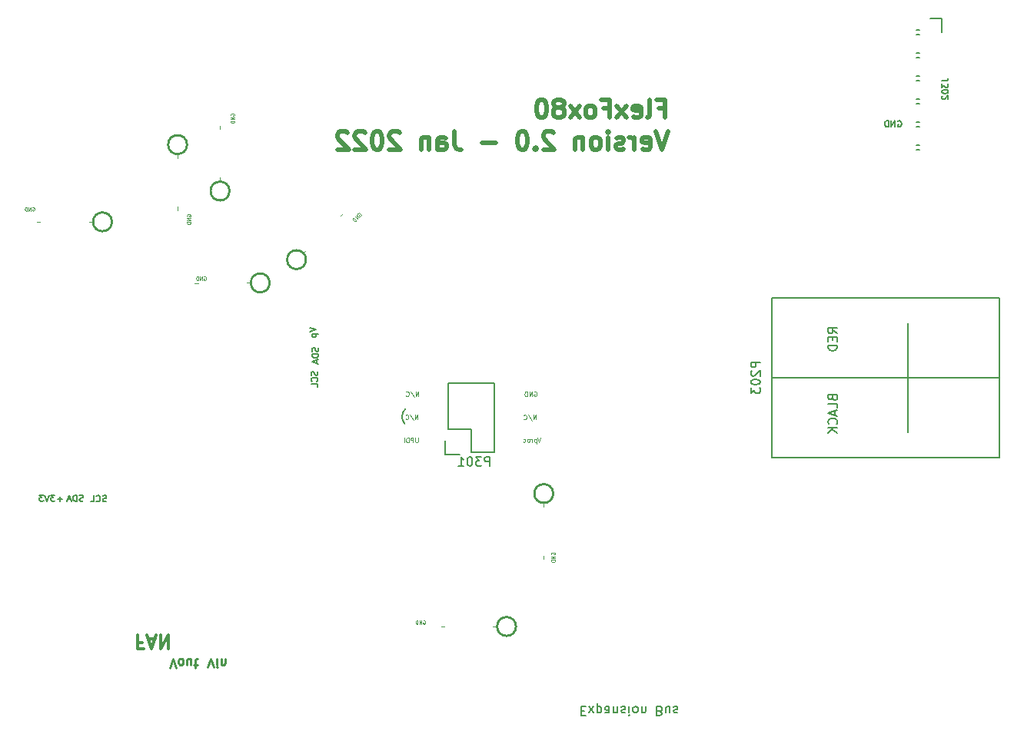
<source format=gbo>
G04 #@! TF.GenerationSoftware,KiCad,Pcbnew,(5.1.9-0-10_14)*
G04 #@! TF.CreationDate,2022-02-06T09:04:03-05:00*
G04 #@! TF.ProjectId,FlexFox80,466c6578-466f-4783-9830-2e6b69636164,1.10*
G04 #@! TF.SameCoordinates,Original*
G04 #@! TF.FileFunction,Legend,Bot*
G04 #@! TF.FilePolarity,Positive*
%FSLAX46Y46*%
G04 Gerber Fmt 4.6, Leading zero omitted, Abs format (unit mm)*
G04 Created by KiCad (PCBNEW (5.1.9-0-10_14)) date 2022-02-06 09:04:03*
%MOMM*%
%LPD*%
G01*
G04 APERTURE LIST*
%ADD10C,0.300000*%
%ADD11C,0.250000*%
%ADD12C,0.175000*%
%ADD13C,0.200000*%
%ADD14C,0.125000*%
%ADD15C,0.500000*%
%ADD16C,0.150000*%
%ADD17C,0.100000*%
G04 APERTURE END LIST*
D10*
X32995714Y-99647142D02*
X32495714Y-99647142D01*
X32495714Y-98861428D02*
X32495714Y-100361428D01*
X33210000Y-100361428D01*
X33710000Y-99290000D02*
X34424285Y-99290000D01*
X33567142Y-98861428D02*
X34067142Y-100361428D01*
X34567142Y-98861428D01*
X35067142Y-98861428D02*
X35067142Y-100361428D01*
X35924285Y-98861428D01*
X35924285Y-100361428D01*
D11*
X36066190Y-102447619D02*
X36399523Y-101447619D01*
X36732857Y-102447619D01*
X37209047Y-101447619D02*
X37113809Y-101495238D01*
X37066190Y-101542857D01*
X37018571Y-101638095D01*
X37018571Y-101923809D01*
X37066190Y-102019047D01*
X37113809Y-102066666D01*
X37209047Y-102114285D01*
X37351904Y-102114285D01*
X37447142Y-102066666D01*
X37494761Y-102019047D01*
X37542380Y-101923809D01*
X37542380Y-101638095D01*
X37494761Y-101542857D01*
X37447142Y-101495238D01*
X37351904Y-101447619D01*
X37209047Y-101447619D01*
X38399523Y-102114285D02*
X38399523Y-101447619D01*
X37970952Y-102114285D02*
X37970952Y-101590476D01*
X38018571Y-101495238D01*
X38113809Y-101447619D01*
X38256666Y-101447619D01*
X38351904Y-101495238D01*
X38399523Y-101542857D01*
X38732857Y-102114285D02*
X39113809Y-102114285D01*
X38875714Y-102447619D02*
X38875714Y-101590476D01*
X38923333Y-101495238D01*
X39018571Y-101447619D01*
X39113809Y-101447619D01*
X40256190Y-102427619D02*
X40589523Y-101427619D01*
X40922857Y-102427619D01*
X41256190Y-101427619D02*
X41256190Y-102094285D01*
X41256190Y-102427619D02*
X41208571Y-102380000D01*
X41256190Y-102332380D01*
X41303809Y-102380000D01*
X41256190Y-102427619D01*
X41256190Y-102332380D01*
X41732380Y-102094285D02*
X41732380Y-101427619D01*
X41732380Y-101999047D02*
X41780000Y-102046666D01*
X41875238Y-102094285D01*
X42018095Y-102094285D01*
X42113333Y-102046666D01*
X42160952Y-101951428D01*
X42160952Y-101427619D01*
D12*
X52403333Y-67170000D02*
X52436666Y-67270000D01*
X52436666Y-67436666D01*
X52403333Y-67503333D01*
X52370000Y-67536666D01*
X52303333Y-67570000D01*
X52236666Y-67570000D01*
X52170000Y-67536666D01*
X52136666Y-67503333D01*
X52103333Y-67436666D01*
X52070000Y-67303333D01*
X52036666Y-67236666D01*
X52003333Y-67203333D01*
X51936666Y-67170000D01*
X51870000Y-67170000D01*
X51803333Y-67203333D01*
X51770000Y-67236666D01*
X51736666Y-67303333D01*
X51736666Y-67470000D01*
X51770000Y-67570000D01*
X52436666Y-67870000D02*
X51736666Y-67870000D01*
X51736666Y-68036666D01*
X51770000Y-68136666D01*
X51836666Y-68203333D01*
X51903333Y-68236666D01*
X52036666Y-68270000D01*
X52136666Y-68270000D01*
X52270000Y-68236666D01*
X52336666Y-68203333D01*
X52403333Y-68136666D01*
X52436666Y-68036666D01*
X52436666Y-67870000D01*
X52236666Y-68536666D02*
X52236666Y-68870000D01*
X52436666Y-68470000D02*
X51736666Y-68703333D01*
X52436666Y-68936666D01*
X51466666Y-64930000D02*
X52166666Y-65163333D01*
X51466666Y-65396666D01*
X51700000Y-65630000D02*
X52400000Y-65630000D01*
X51733333Y-65630000D02*
X51700000Y-65696666D01*
X51700000Y-65830000D01*
X51733333Y-65896666D01*
X51766666Y-65930000D01*
X51833333Y-65963333D01*
X52033333Y-65963333D01*
X52100000Y-65930000D01*
X52133333Y-65896666D01*
X52166666Y-65830000D01*
X52166666Y-65696666D01*
X52133333Y-65630000D01*
X52303333Y-69776666D02*
X52336666Y-69876666D01*
X52336666Y-70043333D01*
X52303333Y-70110000D01*
X52270000Y-70143333D01*
X52203333Y-70176666D01*
X52136666Y-70176666D01*
X52070000Y-70143333D01*
X52036666Y-70110000D01*
X52003333Y-70043333D01*
X51970000Y-69910000D01*
X51936666Y-69843333D01*
X51903333Y-69810000D01*
X51836666Y-69776666D01*
X51770000Y-69776666D01*
X51703333Y-69810000D01*
X51670000Y-69843333D01*
X51636666Y-69910000D01*
X51636666Y-70076666D01*
X51670000Y-70176666D01*
X52270000Y-70876666D02*
X52303333Y-70843333D01*
X52336666Y-70743333D01*
X52336666Y-70676666D01*
X52303333Y-70576666D01*
X52236666Y-70510000D01*
X52170000Y-70476666D01*
X52036666Y-70443333D01*
X51936666Y-70443333D01*
X51803333Y-70476666D01*
X51736666Y-70510000D01*
X51670000Y-70576666D01*
X51636666Y-70676666D01*
X51636666Y-70743333D01*
X51670000Y-70843333D01*
X51703333Y-70876666D01*
X52336666Y-71510000D02*
X52336666Y-71176666D01*
X51636666Y-71176666D01*
D13*
X81408095Y-107251428D02*
X81741428Y-107251428D01*
X81884285Y-106727619D02*
X81408095Y-106727619D01*
X81408095Y-107727619D01*
X81884285Y-107727619D01*
X82217619Y-106727619D02*
X82741428Y-107394285D01*
X82217619Y-107394285D02*
X82741428Y-106727619D01*
X83122380Y-107394285D02*
X83122380Y-106394285D01*
X83122380Y-107346666D02*
X83217619Y-107394285D01*
X83408095Y-107394285D01*
X83503333Y-107346666D01*
X83550952Y-107299047D01*
X83598571Y-107203809D01*
X83598571Y-106918095D01*
X83550952Y-106822857D01*
X83503333Y-106775238D01*
X83408095Y-106727619D01*
X83217619Y-106727619D01*
X83122380Y-106775238D01*
X84455714Y-106727619D02*
X84455714Y-107251428D01*
X84408095Y-107346666D01*
X84312857Y-107394285D01*
X84122380Y-107394285D01*
X84027142Y-107346666D01*
X84455714Y-106775238D02*
X84360476Y-106727619D01*
X84122380Y-106727619D01*
X84027142Y-106775238D01*
X83979523Y-106870476D01*
X83979523Y-106965714D01*
X84027142Y-107060952D01*
X84122380Y-107108571D01*
X84360476Y-107108571D01*
X84455714Y-107156190D01*
X84931904Y-107394285D02*
X84931904Y-106727619D01*
X84931904Y-107299047D02*
X84979523Y-107346666D01*
X85074761Y-107394285D01*
X85217619Y-107394285D01*
X85312857Y-107346666D01*
X85360476Y-107251428D01*
X85360476Y-106727619D01*
X85789047Y-106775238D02*
X85884285Y-106727619D01*
X86074761Y-106727619D01*
X86170000Y-106775238D01*
X86217619Y-106870476D01*
X86217619Y-106918095D01*
X86170000Y-107013333D01*
X86074761Y-107060952D01*
X85931904Y-107060952D01*
X85836666Y-107108571D01*
X85789047Y-107203809D01*
X85789047Y-107251428D01*
X85836666Y-107346666D01*
X85931904Y-107394285D01*
X86074761Y-107394285D01*
X86170000Y-107346666D01*
X86646190Y-106727619D02*
X86646190Y-107394285D01*
X86646190Y-107727619D02*
X86598571Y-107680000D01*
X86646190Y-107632380D01*
X86693809Y-107680000D01*
X86646190Y-107727619D01*
X86646190Y-107632380D01*
X87265238Y-106727619D02*
X87170000Y-106775238D01*
X87122380Y-106822857D01*
X87074761Y-106918095D01*
X87074761Y-107203809D01*
X87122380Y-107299047D01*
X87170000Y-107346666D01*
X87265238Y-107394285D01*
X87408095Y-107394285D01*
X87503333Y-107346666D01*
X87550952Y-107299047D01*
X87598571Y-107203809D01*
X87598571Y-106918095D01*
X87550952Y-106822857D01*
X87503333Y-106775238D01*
X87408095Y-106727619D01*
X87265238Y-106727619D01*
X88027142Y-107394285D02*
X88027142Y-106727619D01*
X88027142Y-107299047D02*
X88074761Y-107346666D01*
X88170000Y-107394285D01*
X88312857Y-107394285D01*
X88408095Y-107346666D01*
X88455714Y-107251428D01*
X88455714Y-106727619D01*
X90027142Y-107251428D02*
X90170000Y-107203809D01*
X90217619Y-107156190D01*
X90265238Y-107060952D01*
X90265238Y-106918095D01*
X90217619Y-106822857D01*
X90170000Y-106775238D01*
X90074761Y-106727619D01*
X89693809Y-106727619D01*
X89693809Y-107727619D01*
X90027142Y-107727619D01*
X90122380Y-107680000D01*
X90170000Y-107632380D01*
X90217619Y-107537142D01*
X90217619Y-107441904D01*
X90170000Y-107346666D01*
X90122380Y-107299047D01*
X90027142Y-107251428D01*
X89693809Y-107251428D01*
X91122380Y-107394285D02*
X91122380Y-106727619D01*
X90693809Y-107394285D02*
X90693809Y-106870476D01*
X90741428Y-106775238D01*
X90836666Y-106727619D01*
X90979523Y-106727619D01*
X91074761Y-106775238D01*
X91122380Y-106822857D01*
X91550952Y-106775238D02*
X91646190Y-106727619D01*
X91836666Y-106727619D01*
X91931904Y-106775238D01*
X91979523Y-106870476D01*
X91979523Y-106918095D01*
X91931904Y-107013333D01*
X91836666Y-107060952D01*
X91693809Y-107060952D01*
X91598571Y-107108571D01*
X91550952Y-107203809D01*
X91550952Y-107251428D01*
X91598571Y-107346666D01*
X91693809Y-107394285D01*
X91836666Y-107394285D01*
X91931904Y-107346666D01*
D12*
X24213333Y-83820000D02*
X23680000Y-83820000D01*
X23946666Y-84086666D02*
X23946666Y-83553333D01*
X23413333Y-83386666D02*
X22980000Y-83386666D01*
X23213333Y-83653333D01*
X23113333Y-83653333D01*
X23046666Y-83686666D01*
X23013333Y-83720000D01*
X22980000Y-83786666D01*
X22980000Y-83953333D01*
X23013333Y-84020000D01*
X23046666Y-84053333D01*
X23113333Y-84086666D01*
X23313333Y-84086666D01*
X23380000Y-84053333D01*
X23413333Y-84020000D01*
X22780000Y-83386666D02*
X22546666Y-84086666D01*
X22313333Y-83386666D01*
X22146666Y-83386666D02*
X21713333Y-83386666D01*
X21946666Y-83653333D01*
X21846666Y-83653333D01*
X21780000Y-83686666D01*
X21746666Y-83720000D01*
X21713333Y-83786666D01*
X21713333Y-83953333D01*
X21746666Y-84020000D01*
X21780000Y-84053333D01*
X21846666Y-84086666D01*
X22046666Y-84086666D01*
X22113333Y-84053333D01*
X22146666Y-84020000D01*
D13*
X61940000Y-75560000D02*
G75*
G02*
X62020000Y-73900000I870000J790000D01*
G01*
D12*
X29073333Y-84103333D02*
X28973333Y-84136666D01*
X28806666Y-84136666D01*
X28740000Y-84103333D01*
X28706666Y-84070000D01*
X28673333Y-84003333D01*
X28673333Y-83936666D01*
X28706666Y-83870000D01*
X28740000Y-83836666D01*
X28806666Y-83803333D01*
X28940000Y-83770000D01*
X29006666Y-83736666D01*
X29040000Y-83703333D01*
X29073333Y-83636666D01*
X29073333Y-83570000D01*
X29040000Y-83503333D01*
X29006666Y-83470000D01*
X28940000Y-83436666D01*
X28773333Y-83436666D01*
X28673333Y-83470000D01*
X27973333Y-84070000D02*
X28006666Y-84103333D01*
X28106666Y-84136666D01*
X28173333Y-84136666D01*
X28273333Y-84103333D01*
X28340000Y-84036666D01*
X28373333Y-83970000D01*
X28406666Y-83836666D01*
X28406666Y-83736666D01*
X28373333Y-83603333D01*
X28340000Y-83536666D01*
X28273333Y-83470000D01*
X28173333Y-83436666D01*
X28106666Y-83436666D01*
X28006666Y-83470000D01*
X27973333Y-83503333D01*
X27340000Y-84136666D02*
X27673333Y-84136666D01*
X27673333Y-83436666D01*
X26510000Y-84053333D02*
X26410000Y-84086666D01*
X26243333Y-84086666D01*
X26176666Y-84053333D01*
X26143333Y-84020000D01*
X26110000Y-83953333D01*
X26110000Y-83886666D01*
X26143333Y-83820000D01*
X26176666Y-83786666D01*
X26243333Y-83753333D01*
X26376666Y-83720000D01*
X26443333Y-83686666D01*
X26476666Y-83653333D01*
X26510000Y-83586666D01*
X26510000Y-83520000D01*
X26476666Y-83453333D01*
X26443333Y-83420000D01*
X26376666Y-83386666D01*
X26210000Y-83386666D01*
X26110000Y-83420000D01*
X25810000Y-84086666D02*
X25810000Y-83386666D01*
X25643333Y-83386666D01*
X25543333Y-83420000D01*
X25476666Y-83486666D01*
X25443333Y-83553333D01*
X25410000Y-83686666D01*
X25410000Y-83786666D01*
X25443333Y-83920000D01*
X25476666Y-83986666D01*
X25543333Y-84053333D01*
X25643333Y-84086666D01*
X25810000Y-84086666D01*
X25143333Y-83886666D02*
X24810000Y-83886666D01*
X25210000Y-84086666D02*
X24976666Y-83386666D01*
X24743333Y-84086666D01*
X116263333Y-42150000D02*
X116330000Y-42116666D01*
X116430000Y-42116666D01*
X116530000Y-42150000D01*
X116596666Y-42216666D01*
X116630000Y-42283333D01*
X116663333Y-42416666D01*
X116663333Y-42516666D01*
X116630000Y-42650000D01*
X116596666Y-42716666D01*
X116530000Y-42783333D01*
X116430000Y-42816666D01*
X116363333Y-42816666D01*
X116263333Y-42783333D01*
X116230000Y-42750000D01*
X116230000Y-42516666D01*
X116363333Y-42516666D01*
X115930000Y-42816666D02*
X115930000Y-42116666D01*
X115530000Y-42816666D01*
X115530000Y-42116666D01*
X115196666Y-42816666D02*
X115196666Y-42116666D01*
X115030000Y-42116666D01*
X114930000Y-42150000D01*
X114863333Y-42216666D01*
X114830000Y-42283333D01*
X114796666Y-42416666D01*
X114796666Y-42516666D01*
X114830000Y-42650000D01*
X114863333Y-42716666D01*
X114930000Y-42783333D01*
X115030000Y-42816666D01*
X115196666Y-42816666D01*
D14*
X76180952Y-72030000D02*
X76228571Y-72006190D01*
X76300000Y-72006190D01*
X76371428Y-72030000D01*
X76419047Y-72077619D01*
X76442857Y-72125238D01*
X76466666Y-72220476D01*
X76466666Y-72291904D01*
X76442857Y-72387142D01*
X76419047Y-72434761D01*
X76371428Y-72482380D01*
X76300000Y-72506190D01*
X76252380Y-72506190D01*
X76180952Y-72482380D01*
X76157142Y-72458571D01*
X76157142Y-72291904D01*
X76252380Y-72291904D01*
X75942857Y-72506190D02*
X75942857Y-72006190D01*
X75657142Y-72506190D01*
X75657142Y-72006190D01*
X75419047Y-72506190D02*
X75419047Y-72006190D01*
X75300000Y-72006190D01*
X75228571Y-72030000D01*
X75180952Y-72077619D01*
X75157142Y-72125238D01*
X75133333Y-72220476D01*
X75133333Y-72291904D01*
X75157142Y-72387142D01*
X75180952Y-72434761D01*
X75228571Y-72482380D01*
X75300000Y-72506190D01*
X75419047Y-72506190D01*
X76374761Y-75056190D02*
X76374761Y-74556190D01*
X76089047Y-75056190D01*
X76089047Y-74556190D01*
X75493809Y-74532380D02*
X75922380Y-75175238D01*
X75041428Y-75008571D02*
X75065238Y-75032380D01*
X75136666Y-75056190D01*
X75184285Y-75056190D01*
X75255714Y-75032380D01*
X75303333Y-74984761D01*
X75327142Y-74937142D01*
X75350952Y-74841904D01*
X75350952Y-74770476D01*
X75327142Y-74675238D01*
X75303333Y-74627619D01*
X75255714Y-74580000D01*
X75184285Y-74556190D01*
X75136666Y-74556190D01*
X75065238Y-74580000D01*
X75041428Y-74603809D01*
X76918095Y-77056190D02*
X76751428Y-77556190D01*
X76584761Y-77056190D01*
X76418095Y-77222857D02*
X76418095Y-77722857D01*
X76418095Y-77246666D02*
X76370476Y-77222857D01*
X76275238Y-77222857D01*
X76227619Y-77246666D01*
X76203809Y-77270476D01*
X76180000Y-77318095D01*
X76180000Y-77460952D01*
X76203809Y-77508571D01*
X76227619Y-77532380D01*
X76275238Y-77556190D01*
X76370476Y-77556190D01*
X76418095Y-77532380D01*
X75965714Y-77556190D02*
X75965714Y-77222857D01*
X75965714Y-77318095D02*
X75941904Y-77270476D01*
X75918095Y-77246666D01*
X75870476Y-77222857D01*
X75822857Y-77222857D01*
X75584761Y-77556190D02*
X75632380Y-77532380D01*
X75656190Y-77508571D01*
X75680000Y-77460952D01*
X75680000Y-77318095D01*
X75656190Y-77270476D01*
X75632380Y-77246666D01*
X75584761Y-77222857D01*
X75513333Y-77222857D01*
X75465714Y-77246666D01*
X75441904Y-77270476D01*
X75418095Y-77318095D01*
X75418095Y-77460952D01*
X75441904Y-77508571D01*
X75465714Y-77532380D01*
X75513333Y-77556190D01*
X75584761Y-77556190D01*
X74989523Y-77532380D02*
X75037142Y-77556190D01*
X75132380Y-77556190D01*
X75180000Y-77532380D01*
X75203809Y-77508571D01*
X75227619Y-77460952D01*
X75227619Y-77318095D01*
X75203809Y-77270476D01*
X75180000Y-77246666D01*
X75132380Y-77222857D01*
X75037142Y-77222857D01*
X74989523Y-77246666D01*
X63374761Y-75036190D02*
X63374761Y-74536190D01*
X63089047Y-75036190D01*
X63089047Y-74536190D01*
X62493809Y-74512380D02*
X62922380Y-75155238D01*
X62041428Y-74988571D02*
X62065238Y-75012380D01*
X62136666Y-75036190D01*
X62184285Y-75036190D01*
X62255714Y-75012380D01*
X62303333Y-74964761D01*
X62327142Y-74917142D01*
X62350952Y-74821904D01*
X62350952Y-74750476D01*
X62327142Y-74655238D01*
X62303333Y-74607619D01*
X62255714Y-74560000D01*
X62184285Y-74536190D01*
X62136666Y-74536190D01*
X62065238Y-74560000D01*
X62041428Y-74583809D01*
X63391904Y-77096190D02*
X63391904Y-77500952D01*
X63368095Y-77548571D01*
X63344285Y-77572380D01*
X63296666Y-77596190D01*
X63201428Y-77596190D01*
X63153809Y-77572380D01*
X63130000Y-77548571D01*
X63106190Y-77500952D01*
X63106190Y-77096190D01*
X62868095Y-77596190D02*
X62868095Y-77096190D01*
X62677619Y-77096190D01*
X62630000Y-77120000D01*
X62606190Y-77143809D01*
X62582380Y-77191428D01*
X62582380Y-77262857D01*
X62606190Y-77310476D01*
X62630000Y-77334285D01*
X62677619Y-77358095D01*
X62868095Y-77358095D01*
X62368095Y-77596190D02*
X62368095Y-77096190D01*
X62249047Y-77096190D01*
X62177619Y-77120000D01*
X62130000Y-77167619D01*
X62106190Y-77215238D01*
X62082380Y-77310476D01*
X62082380Y-77381904D01*
X62106190Y-77477142D01*
X62130000Y-77524761D01*
X62177619Y-77572380D01*
X62249047Y-77596190D01*
X62368095Y-77596190D01*
X61868095Y-77596190D02*
X61868095Y-77096190D01*
X63414761Y-72486190D02*
X63414761Y-71986190D01*
X63129047Y-72486190D01*
X63129047Y-71986190D01*
X62533809Y-71962380D02*
X62962380Y-72605238D01*
X62081428Y-72438571D02*
X62105238Y-72462380D01*
X62176666Y-72486190D01*
X62224285Y-72486190D01*
X62295714Y-72462380D01*
X62343333Y-72414761D01*
X62367142Y-72367142D01*
X62390952Y-72271904D01*
X62390952Y-72200476D01*
X62367142Y-72105238D01*
X62343333Y-72057619D01*
X62295714Y-72010000D01*
X62224285Y-71986190D01*
X62176666Y-71986190D01*
X62105238Y-72010000D01*
X62081428Y-72033809D01*
D15*
X89952142Y-40747142D02*
X90618809Y-40747142D01*
X90618809Y-41794761D02*
X90618809Y-39794761D01*
X89666428Y-39794761D01*
X88618809Y-41794761D02*
X88809285Y-41699523D01*
X88904523Y-41509047D01*
X88904523Y-39794761D01*
X87095000Y-41699523D02*
X87285476Y-41794761D01*
X87666428Y-41794761D01*
X87856904Y-41699523D01*
X87952142Y-41509047D01*
X87952142Y-40747142D01*
X87856904Y-40556666D01*
X87666428Y-40461428D01*
X87285476Y-40461428D01*
X87095000Y-40556666D01*
X86999761Y-40747142D01*
X86999761Y-40937619D01*
X87952142Y-41128095D01*
X86333095Y-41794761D02*
X85285476Y-40461428D01*
X86333095Y-40461428D02*
X85285476Y-41794761D01*
X83856904Y-40747142D02*
X84523571Y-40747142D01*
X84523571Y-41794761D02*
X84523571Y-39794761D01*
X83571190Y-39794761D01*
X82523571Y-41794761D02*
X82714047Y-41699523D01*
X82809285Y-41604285D01*
X82904523Y-41413809D01*
X82904523Y-40842380D01*
X82809285Y-40651904D01*
X82714047Y-40556666D01*
X82523571Y-40461428D01*
X82237857Y-40461428D01*
X82047380Y-40556666D01*
X81952142Y-40651904D01*
X81856904Y-40842380D01*
X81856904Y-41413809D01*
X81952142Y-41604285D01*
X82047380Y-41699523D01*
X82237857Y-41794761D01*
X82523571Y-41794761D01*
X81190238Y-41794761D02*
X80142619Y-40461428D01*
X81190238Y-40461428D02*
X80142619Y-41794761D01*
X79095000Y-40651904D02*
X79285476Y-40556666D01*
X79380714Y-40461428D01*
X79475952Y-40270952D01*
X79475952Y-40175714D01*
X79380714Y-39985238D01*
X79285476Y-39890000D01*
X79095000Y-39794761D01*
X78714047Y-39794761D01*
X78523571Y-39890000D01*
X78428333Y-39985238D01*
X78333095Y-40175714D01*
X78333095Y-40270952D01*
X78428333Y-40461428D01*
X78523571Y-40556666D01*
X78714047Y-40651904D01*
X79095000Y-40651904D01*
X79285476Y-40747142D01*
X79380714Y-40842380D01*
X79475952Y-41032857D01*
X79475952Y-41413809D01*
X79380714Y-41604285D01*
X79285476Y-41699523D01*
X79095000Y-41794761D01*
X78714047Y-41794761D01*
X78523571Y-41699523D01*
X78428333Y-41604285D01*
X78333095Y-41413809D01*
X78333095Y-41032857D01*
X78428333Y-40842380D01*
X78523571Y-40747142D01*
X78714047Y-40651904D01*
X77095000Y-39794761D02*
X76904523Y-39794761D01*
X76714047Y-39890000D01*
X76618809Y-39985238D01*
X76523571Y-40175714D01*
X76428333Y-40556666D01*
X76428333Y-41032857D01*
X76523571Y-41413809D01*
X76618809Y-41604285D01*
X76714047Y-41699523D01*
X76904523Y-41794761D01*
X77095000Y-41794761D01*
X77285476Y-41699523D01*
X77380714Y-41604285D01*
X77475952Y-41413809D01*
X77571190Y-41032857D01*
X77571190Y-40556666D01*
X77475952Y-40175714D01*
X77380714Y-39985238D01*
X77285476Y-39890000D01*
X77095000Y-39794761D01*
X90904523Y-43294761D02*
X90237857Y-45294761D01*
X89571190Y-43294761D01*
X88142619Y-45199523D02*
X88333095Y-45294761D01*
X88714047Y-45294761D01*
X88904523Y-45199523D01*
X88999761Y-45009047D01*
X88999761Y-44247142D01*
X88904523Y-44056666D01*
X88714047Y-43961428D01*
X88333095Y-43961428D01*
X88142619Y-44056666D01*
X88047380Y-44247142D01*
X88047380Y-44437619D01*
X88999761Y-44628095D01*
X87190238Y-45294761D02*
X87190238Y-43961428D01*
X87190238Y-44342380D02*
X87095000Y-44151904D01*
X86999761Y-44056666D01*
X86809285Y-43961428D01*
X86618809Y-43961428D01*
X86047380Y-45199523D02*
X85856904Y-45294761D01*
X85475952Y-45294761D01*
X85285476Y-45199523D01*
X85190238Y-45009047D01*
X85190238Y-44913809D01*
X85285476Y-44723333D01*
X85475952Y-44628095D01*
X85761666Y-44628095D01*
X85952142Y-44532857D01*
X86047380Y-44342380D01*
X86047380Y-44247142D01*
X85952142Y-44056666D01*
X85761666Y-43961428D01*
X85475952Y-43961428D01*
X85285476Y-44056666D01*
X84333095Y-45294761D02*
X84333095Y-43961428D01*
X84333095Y-43294761D02*
X84428333Y-43390000D01*
X84333095Y-43485238D01*
X84237857Y-43390000D01*
X84333095Y-43294761D01*
X84333095Y-43485238D01*
X83095000Y-45294761D02*
X83285476Y-45199523D01*
X83380714Y-45104285D01*
X83475952Y-44913809D01*
X83475952Y-44342380D01*
X83380714Y-44151904D01*
X83285476Y-44056666D01*
X83095000Y-43961428D01*
X82809285Y-43961428D01*
X82618809Y-44056666D01*
X82523571Y-44151904D01*
X82428333Y-44342380D01*
X82428333Y-44913809D01*
X82523571Y-45104285D01*
X82618809Y-45199523D01*
X82809285Y-45294761D01*
X83095000Y-45294761D01*
X81571190Y-43961428D02*
X81571190Y-45294761D01*
X81571190Y-44151904D02*
X81475952Y-44056666D01*
X81285476Y-43961428D01*
X80999761Y-43961428D01*
X80809285Y-44056666D01*
X80714047Y-44247142D01*
X80714047Y-45294761D01*
X78333095Y-43485238D02*
X78237857Y-43390000D01*
X78047380Y-43294761D01*
X77571190Y-43294761D01*
X77380714Y-43390000D01*
X77285476Y-43485238D01*
X77190238Y-43675714D01*
X77190238Y-43866190D01*
X77285476Y-44151904D01*
X78428333Y-45294761D01*
X77190238Y-45294761D01*
X76333095Y-45104285D02*
X76237857Y-45199523D01*
X76333095Y-45294761D01*
X76428333Y-45199523D01*
X76333095Y-45104285D01*
X76333095Y-45294761D01*
X74999761Y-43294761D02*
X74809285Y-43294761D01*
X74618809Y-43390000D01*
X74523571Y-43485238D01*
X74428333Y-43675714D01*
X74333095Y-44056666D01*
X74333095Y-44532857D01*
X74428333Y-44913809D01*
X74523571Y-45104285D01*
X74618809Y-45199523D01*
X74809285Y-45294761D01*
X74999761Y-45294761D01*
X75190238Y-45199523D01*
X75285476Y-45104285D01*
X75380714Y-44913809D01*
X75475952Y-44532857D01*
X75475952Y-44056666D01*
X75380714Y-43675714D01*
X75285476Y-43485238D01*
X75190238Y-43390000D01*
X74999761Y-43294761D01*
X71952142Y-44532857D02*
X70428333Y-44532857D01*
X67380714Y-43294761D02*
X67380714Y-44723333D01*
X67475952Y-45009047D01*
X67666428Y-45199523D01*
X67952142Y-45294761D01*
X68142619Y-45294761D01*
X65571190Y-45294761D02*
X65571190Y-44247142D01*
X65666428Y-44056666D01*
X65856904Y-43961428D01*
X66237857Y-43961428D01*
X66428333Y-44056666D01*
X65571190Y-45199523D02*
X65761666Y-45294761D01*
X66237857Y-45294761D01*
X66428333Y-45199523D01*
X66523571Y-45009047D01*
X66523571Y-44818571D01*
X66428333Y-44628095D01*
X66237857Y-44532857D01*
X65761666Y-44532857D01*
X65571190Y-44437619D01*
X64618809Y-43961428D02*
X64618809Y-45294761D01*
X64618809Y-44151904D02*
X64523571Y-44056666D01*
X64333095Y-43961428D01*
X64047380Y-43961428D01*
X63856904Y-44056666D01*
X63761666Y-44247142D01*
X63761666Y-45294761D01*
X61380714Y-43485238D02*
X61285476Y-43390000D01*
X61095000Y-43294761D01*
X60618809Y-43294761D01*
X60428333Y-43390000D01*
X60333095Y-43485238D01*
X60237857Y-43675714D01*
X60237857Y-43866190D01*
X60333095Y-44151904D01*
X61475952Y-45294761D01*
X60237857Y-45294761D01*
X58999761Y-43294761D02*
X58809285Y-43294761D01*
X58618809Y-43390000D01*
X58523571Y-43485238D01*
X58428333Y-43675714D01*
X58333095Y-44056666D01*
X58333095Y-44532857D01*
X58428333Y-44913809D01*
X58523571Y-45104285D01*
X58618809Y-45199523D01*
X58809285Y-45294761D01*
X58999761Y-45294761D01*
X59190238Y-45199523D01*
X59285476Y-45104285D01*
X59380714Y-44913809D01*
X59475952Y-44532857D01*
X59475952Y-44056666D01*
X59380714Y-43675714D01*
X59285476Y-43485238D01*
X59190238Y-43390000D01*
X58999761Y-43294761D01*
X57571190Y-43485238D02*
X57475952Y-43390000D01*
X57285476Y-43294761D01*
X56809285Y-43294761D01*
X56618809Y-43390000D01*
X56523571Y-43485238D01*
X56428333Y-43675714D01*
X56428333Y-43866190D01*
X56523571Y-44151904D01*
X57666428Y-45294761D01*
X56428333Y-45294761D01*
X55666428Y-43485238D02*
X55571190Y-43390000D01*
X55380714Y-43294761D01*
X54904523Y-43294761D01*
X54714047Y-43390000D01*
X54618809Y-43485238D01*
X54523571Y-43675714D01*
X54523571Y-43866190D01*
X54618809Y-44151904D01*
X55761666Y-45294761D01*
X54523571Y-45294761D01*
D16*
X71780000Y-76130000D02*
X71780000Y-78670000D01*
X71780000Y-78670000D02*
X69240000Y-78670000D01*
X66420000Y-78950000D02*
X66420000Y-77400000D01*
X71780000Y-71050000D02*
X71780000Y-76130000D01*
X66700000Y-71050000D02*
X71780000Y-71050000D01*
X69240000Y-76130000D02*
X66700000Y-76130000D01*
X69240000Y-78670000D02*
X69240000Y-76130000D01*
X66420000Y-78950000D02*
X67970000Y-78950000D01*
X66700000Y-76130000D02*
X66700000Y-71050000D01*
X127390000Y-70465000D02*
X102390000Y-70465000D01*
X117390000Y-64465000D02*
X117390000Y-76465000D01*
X102390000Y-61695000D02*
X102390000Y-79235000D01*
X127390000Y-79235000D02*
X127390000Y-61695000D01*
X127390000Y-79235000D02*
X102390000Y-79235000D01*
X127390000Y-61695000D02*
X102390000Y-61695000D01*
X118276000Y-39726000D02*
X118657000Y-39726000D01*
X118276000Y-40234000D02*
X118657000Y-40234000D01*
X118276000Y-42266000D02*
X118657000Y-42266000D01*
X118276000Y-42774000D02*
X118657000Y-42774000D01*
X118276000Y-44806000D02*
X118657000Y-44806000D01*
X118276000Y-45314000D02*
X118657000Y-45314000D01*
X118276000Y-37694000D02*
X118657000Y-37694000D01*
X118276000Y-37186000D02*
X118657000Y-37186000D01*
X118276000Y-35154000D02*
X118657000Y-35154000D01*
X118276000Y-34646000D02*
X118657000Y-34646000D01*
X118276000Y-32614000D02*
X118657000Y-32614000D01*
X118276000Y-32106000D02*
X118657000Y-32106000D01*
X119800000Y-30810000D02*
X121100000Y-30810000D01*
X121100000Y-30810000D02*
X121100000Y-32360000D01*
D11*
X51057122Y-57448980D02*
G75*
G03*
X51057122Y-57448980I-1038142J0D01*
G01*
D17*
X50818223Y-56667698D02*
X51078650Y-56407271D01*
X54850358Y-52599642D02*
X55110785Y-52339215D01*
D11*
X78285442Y-83240000D02*
G75*
G03*
X78285442Y-83240000I-1038142J0D01*
G01*
D17*
X77234600Y-84357600D02*
X77234600Y-84725900D01*
X77260000Y-90085300D02*
X77260000Y-90453600D01*
D11*
X47058142Y-60007300D02*
G75*
G03*
X47058142Y-60007300I-1038142J0D01*
G01*
D17*
X44902400Y-59994600D02*
X44534100Y-59994600D01*
X39174700Y-60020000D02*
X38806400Y-60020000D01*
D11*
X37955442Y-44760000D02*
G75*
G03*
X37955442Y-44760000I-1038142J0D01*
G01*
D17*
X36904600Y-45877600D02*
X36904600Y-46245900D01*
X36930000Y-51605300D02*
X36930000Y-51973600D01*
D11*
X29688142Y-53277300D02*
G75*
G03*
X29688142Y-53277300I-1038142J0D01*
G01*
D17*
X27532400Y-53264600D02*
X27164100Y-53264600D01*
X21804700Y-53290000D02*
X21436400Y-53290000D01*
D11*
X42630842Y-49880000D02*
G75*
G03*
X42630842Y-49880000I-1038142J0D01*
G01*
D17*
X41605400Y-48762400D02*
X41605400Y-48394100D01*
X41580000Y-43034700D02*
X41580000Y-42666400D01*
D11*
X74188142Y-97897300D02*
G75*
G03*
X74188142Y-97897300I-1038142J0D01*
G01*
D17*
X72032400Y-97884600D02*
X71664100Y-97884600D01*
X66304700Y-97910000D02*
X65936400Y-97910000D01*
D16*
X71290476Y-80202380D02*
X71290476Y-79202380D01*
X70909523Y-79202380D01*
X70814285Y-79250000D01*
X70766666Y-79297619D01*
X70719047Y-79392857D01*
X70719047Y-79535714D01*
X70766666Y-79630952D01*
X70814285Y-79678571D01*
X70909523Y-79726190D01*
X71290476Y-79726190D01*
X70385714Y-79202380D02*
X69766666Y-79202380D01*
X70100000Y-79583333D01*
X69957142Y-79583333D01*
X69861904Y-79630952D01*
X69814285Y-79678571D01*
X69766666Y-79773809D01*
X69766666Y-80011904D01*
X69814285Y-80107142D01*
X69861904Y-80154761D01*
X69957142Y-80202380D01*
X70242857Y-80202380D01*
X70338095Y-80154761D01*
X70385714Y-80107142D01*
X69147619Y-79202380D02*
X69052380Y-79202380D01*
X68957142Y-79250000D01*
X68909523Y-79297619D01*
X68861904Y-79392857D01*
X68814285Y-79583333D01*
X68814285Y-79821428D01*
X68861904Y-80011904D01*
X68909523Y-80107142D01*
X68957142Y-80154761D01*
X69052380Y-80202380D01*
X69147619Y-80202380D01*
X69242857Y-80154761D01*
X69290476Y-80107142D01*
X69338095Y-80011904D01*
X69385714Y-79821428D01*
X69385714Y-79583333D01*
X69338095Y-79392857D01*
X69290476Y-79297619D01*
X69242857Y-79250000D01*
X69147619Y-79202380D01*
X67861904Y-80202380D02*
X68433333Y-80202380D01*
X68147619Y-80202380D02*
X68147619Y-79202380D01*
X68242857Y-79345238D01*
X68338095Y-79440476D01*
X68433333Y-79488095D01*
X101072380Y-68744523D02*
X100072380Y-68744523D01*
X100072380Y-69125476D01*
X100120000Y-69220714D01*
X100167619Y-69268333D01*
X100262857Y-69315952D01*
X100405714Y-69315952D01*
X100500952Y-69268333D01*
X100548571Y-69220714D01*
X100596190Y-69125476D01*
X100596190Y-68744523D01*
X100167619Y-69696904D02*
X100120000Y-69744523D01*
X100072380Y-69839761D01*
X100072380Y-70077857D01*
X100120000Y-70173095D01*
X100167619Y-70220714D01*
X100262857Y-70268333D01*
X100358095Y-70268333D01*
X100500952Y-70220714D01*
X101072380Y-69649285D01*
X101072380Y-70268333D01*
X100072380Y-70887380D02*
X100072380Y-70982619D01*
X100120000Y-71077857D01*
X100167619Y-71125476D01*
X100262857Y-71173095D01*
X100453333Y-71220714D01*
X100691428Y-71220714D01*
X100881904Y-71173095D01*
X100977142Y-71125476D01*
X101024761Y-71077857D01*
X101072380Y-70982619D01*
X101072380Y-70887380D01*
X101024761Y-70792142D01*
X100977142Y-70744523D01*
X100881904Y-70696904D01*
X100691428Y-70649285D01*
X100453333Y-70649285D01*
X100262857Y-70696904D01*
X100167619Y-70744523D01*
X100120000Y-70792142D01*
X100072380Y-70887380D01*
X100072380Y-71554047D02*
X100072380Y-72173095D01*
X100453333Y-71839761D01*
X100453333Y-71982619D01*
X100500952Y-72077857D01*
X100548571Y-72125476D01*
X100643809Y-72173095D01*
X100881904Y-72173095D01*
X100977142Y-72125476D01*
X101024761Y-72077857D01*
X101072380Y-71982619D01*
X101072380Y-71696904D01*
X101024761Y-71601666D01*
X100977142Y-71554047D01*
X109048571Y-72663095D02*
X109096190Y-72805952D01*
X109143809Y-72853571D01*
X109239047Y-72901190D01*
X109381904Y-72901190D01*
X109477142Y-72853571D01*
X109524761Y-72805952D01*
X109572380Y-72710714D01*
X109572380Y-72329761D01*
X108572380Y-72329761D01*
X108572380Y-72663095D01*
X108620000Y-72758333D01*
X108667619Y-72805952D01*
X108762857Y-72853571D01*
X108858095Y-72853571D01*
X108953333Y-72805952D01*
X109000952Y-72758333D01*
X109048571Y-72663095D01*
X109048571Y-72329761D01*
X109572380Y-73805952D02*
X109572380Y-73329761D01*
X108572380Y-73329761D01*
X109286666Y-74091666D02*
X109286666Y-74567857D01*
X109572380Y-73996428D02*
X108572380Y-74329761D01*
X109572380Y-74663095D01*
X109477142Y-75567857D02*
X109524761Y-75520238D01*
X109572380Y-75377380D01*
X109572380Y-75282142D01*
X109524761Y-75139285D01*
X109429523Y-75044047D01*
X109334285Y-74996428D01*
X109143809Y-74948809D01*
X109000952Y-74948809D01*
X108810476Y-74996428D01*
X108715238Y-75044047D01*
X108620000Y-75139285D01*
X108572380Y-75282142D01*
X108572380Y-75377380D01*
X108620000Y-75520238D01*
X108667619Y-75567857D01*
X109572380Y-75996428D02*
X108572380Y-75996428D01*
X109572380Y-76567857D02*
X109000952Y-76139285D01*
X108572380Y-76567857D02*
X109143809Y-75996428D01*
X109542380Y-65572142D02*
X109066190Y-65238809D01*
X109542380Y-65000714D02*
X108542380Y-65000714D01*
X108542380Y-65381666D01*
X108590000Y-65476904D01*
X108637619Y-65524523D01*
X108732857Y-65572142D01*
X108875714Y-65572142D01*
X108970952Y-65524523D01*
X109018571Y-65476904D01*
X109066190Y-65381666D01*
X109066190Y-65000714D01*
X109018571Y-66000714D02*
X109018571Y-66334047D01*
X109542380Y-66476904D02*
X109542380Y-66000714D01*
X108542380Y-66000714D01*
X108542380Y-66476904D01*
X109542380Y-66905476D02*
X108542380Y-66905476D01*
X108542380Y-67143571D01*
X108590000Y-67286428D01*
X108685238Y-67381666D01*
X108780476Y-67429285D01*
X108970952Y-67476904D01*
X109113809Y-67476904D01*
X109304285Y-67429285D01*
X109399523Y-67381666D01*
X109494761Y-67286428D01*
X109542380Y-67143571D01*
X109542380Y-66905476D01*
X121086666Y-37740000D02*
X121586666Y-37740000D01*
X121686666Y-37706666D01*
X121753333Y-37640000D01*
X121786666Y-37540000D01*
X121786666Y-37473333D01*
X121086666Y-38006666D02*
X121086666Y-38440000D01*
X121353333Y-38206666D01*
X121353333Y-38306666D01*
X121386666Y-38373333D01*
X121420000Y-38406666D01*
X121486666Y-38440000D01*
X121653333Y-38440000D01*
X121720000Y-38406666D01*
X121753333Y-38373333D01*
X121786666Y-38306666D01*
X121786666Y-38106666D01*
X121753333Y-38040000D01*
X121720000Y-38006666D01*
X121086666Y-38873333D02*
X121086666Y-38940000D01*
X121120000Y-39006666D01*
X121153333Y-39040000D01*
X121220000Y-39073333D01*
X121353333Y-39106666D01*
X121520000Y-39106666D01*
X121653333Y-39073333D01*
X121720000Y-39040000D01*
X121753333Y-39006666D01*
X121786666Y-38940000D01*
X121786666Y-38873333D01*
X121753333Y-38806666D01*
X121720000Y-38773333D01*
X121653333Y-38740000D01*
X121520000Y-38706666D01*
X121353333Y-38706666D01*
X121220000Y-38740000D01*
X121153333Y-38773333D01*
X121120000Y-38806666D01*
X121086666Y-38873333D01*
X121153333Y-39373333D02*
X121120000Y-39406666D01*
X121086666Y-39473333D01*
X121086666Y-39640000D01*
X121120000Y-39706666D01*
X121153333Y-39740000D01*
X121220000Y-39773333D01*
X121286666Y-39773333D01*
X121386666Y-39740000D01*
X121786666Y-39340000D01*
X121786666Y-39773333D01*
D17*
X56752094Y-52409103D02*
X56765563Y-52368697D01*
X56805969Y-52328291D01*
X56859844Y-52301353D01*
X56913719Y-52301353D01*
X56954125Y-52314822D01*
X57021468Y-52355228D01*
X57061874Y-52395634D01*
X57102281Y-52462978D01*
X57115749Y-52503384D01*
X57115749Y-52557259D01*
X57088812Y-52611133D01*
X57061874Y-52638071D01*
X57008000Y-52665008D01*
X56981062Y-52665008D01*
X56886781Y-52570727D01*
X56940656Y-52516853D01*
X56886781Y-52813164D02*
X56603939Y-52530321D01*
X56725157Y-52974788D01*
X56442314Y-52691946D01*
X56590470Y-53109475D02*
X56307627Y-52826633D01*
X56240284Y-52893976D01*
X56213346Y-52947851D01*
X56213346Y-53001726D01*
X56226815Y-53042132D01*
X56267221Y-53109475D01*
X56307627Y-53149881D01*
X56374971Y-53190288D01*
X56415377Y-53203756D01*
X56469252Y-53203756D01*
X56523126Y-53176819D01*
X56590470Y-53109475D01*
X78090000Y-89965238D02*
X78070952Y-89927142D01*
X78070952Y-89870000D01*
X78090000Y-89812857D01*
X78128095Y-89774761D01*
X78166190Y-89755714D01*
X78242380Y-89736666D01*
X78299523Y-89736666D01*
X78375714Y-89755714D01*
X78413809Y-89774761D01*
X78451904Y-89812857D01*
X78470952Y-89870000D01*
X78470952Y-89908095D01*
X78451904Y-89965238D01*
X78432857Y-89984285D01*
X78299523Y-89984285D01*
X78299523Y-89908095D01*
X78470952Y-90155714D02*
X78070952Y-90155714D01*
X78470952Y-90384285D01*
X78070952Y-90384285D01*
X78470952Y-90574761D02*
X78070952Y-90574761D01*
X78070952Y-90670000D01*
X78090000Y-90727142D01*
X78128095Y-90765238D01*
X78166190Y-90784285D01*
X78242380Y-90803333D01*
X78299523Y-90803333D01*
X78375714Y-90784285D01*
X78413809Y-90765238D01*
X78451904Y-90727142D01*
X78470952Y-90670000D01*
X78470952Y-90574761D01*
X39824761Y-59330000D02*
X39862857Y-59310952D01*
X39920000Y-59310952D01*
X39977142Y-59330000D01*
X40015238Y-59368095D01*
X40034285Y-59406190D01*
X40053333Y-59482380D01*
X40053333Y-59539523D01*
X40034285Y-59615714D01*
X40015238Y-59653809D01*
X39977142Y-59691904D01*
X39920000Y-59710952D01*
X39881904Y-59710952D01*
X39824761Y-59691904D01*
X39805714Y-59672857D01*
X39805714Y-59539523D01*
X39881904Y-59539523D01*
X39634285Y-59710952D02*
X39634285Y-59310952D01*
X39405714Y-59710952D01*
X39405714Y-59310952D01*
X39215238Y-59710952D02*
X39215238Y-59310952D01*
X39120000Y-59310952D01*
X39062857Y-59330000D01*
X39024761Y-59368095D01*
X39005714Y-59406190D01*
X38986666Y-59482380D01*
X38986666Y-59539523D01*
X39005714Y-59615714D01*
X39024761Y-59653809D01*
X39062857Y-59691904D01*
X39120000Y-59710952D01*
X39215238Y-59710952D01*
X37980000Y-52685238D02*
X37960952Y-52647142D01*
X37960952Y-52590000D01*
X37980000Y-52532857D01*
X38018095Y-52494761D01*
X38056190Y-52475714D01*
X38132380Y-52456666D01*
X38189523Y-52456666D01*
X38265714Y-52475714D01*
X38303809Y-52494761D01*
X38341904Y-52532857D01*
X38360952Y-52590000D01*
X38360952Y-52628095D01*
X38341904Y-52685238D01*
X38322857Y-52704285D01*
X38189523Y-52704285D01*
X38189523Y-52628095D01*
X38360952Y-52875714D02*
X37960952Y-52875714D01*
X38360952Y-53104285D01*
X37960952Y-53104285D01*
X38360952Y-53294761D02*
X37960952Y-53294761D01*
X37960952Y-53390000D01*
X37980000Y-53447142D01*
X38018095Y-53485238D01*
X38056190Y-53504285D01*
X38132380Y-53523333D01*
X38189523Y-53523333D01*
X38265714Y-53504285D01*
X38303809Y-53485238D01*
X38341904Y-53447142D01*
X38360952Y-53390000D01*
X38360952Y-53294761D01*
X20934761Y-51680000D02*
X20972857Y-51660952D01*
X21030000Y-51660952D01*
X21087142Y-51680000D01*
X21125238Y-51718095D01*
X21144285Y-51756190D01*
X21163333Y-51832380D01*
X21163333Y-51889523D01*
X21144285Y-51965714D01*
X21125238Y-52003809D01*
X21087142Y-52041904D01*
X21030000Y-52060952D01*
X20991904Y-52060952D01*
X20934761Y-52041904D01*
X20915714Y-52022857D01*
X20915714Y-51889523D01*
X20991904Y-51889523D01*
X20744285Y-52060952D02*
X20744285Y-51660952D01*
X20515714Y-52060952D01*
X20515714Y-51660952D01*
X20325238Y-52060952D02*
X20325238Y-51660952D01*
X20230000Y-51660952D01*
X20172857Y-51680000D01*
X20134761Y-51718095D01*
X20115714Y-51756190D01*
X20096666Y-51832380D01*
X20096666Y-51889523D01*
X20115714Y-51965714D01*
X20134761Y-52003809D01*
X20172857Y-52041904D01*
X20230000Y-52060952D01*
X20325238Y-52060952D01*
X42790000Y-41555238D02*
X42770952Y-41517142D01*
X42770952Y-41460000D01*
X42790000Y-41402857D01*
X42828095Y-41364761D01*
X42866190Y-41345714D01*
X42942380Y-41326666D01*
X42999523Y-41326666D01*
X43075714Y-41345714D01*
X43113809Y-41364761D01*
X43151904Y-41402857D01*
X43170952Y-41460000D01*
X43170952Y-41498095D01*
X43151904Y-41555238D01*
X43132857Y-41574285D01*
X42999523Y-41574285D01*
X42999523Y-41498095D01*
X43170952Y-41745714D02*
X42770952Y-41745714D01*
X43170952Y-41974285D01*
X42770952Y-41974285D01*
X43170952Y-42164761D02*
X42770952Y-42164761D01*
X42770952Y-42260000D01*
X42790000Y-42317142D01*
X42828095Y-42355238D01*
X42866190Y-42374285D01*
X42942380Y-42393333D01*
X42999523Y-42393333D01*
X43075714Y-42374285D01*
X43113809Y-42355238D01*
X43151904Y-42317142D01*
X43170952Y-42260000D01*
X43170952Y-42164761D01*
X63984761Y-97230000D02*
X64022857Y-97210952D01*
X64080000Y-97210952D01*
X64137142Y-97230000D01*
X64175238Y-97268095D01*
X64194285Y-97306190D01*
X64213333Y-97382380D01*
X64213333Y-97439523D01*
X64194285Y-97515714D01*
X64175238Y-97553809D01*
X64137142Y-97591904D01*
X64080000Y-97610952D01*
X64041904Y-97610952D01*
X63984761Y-97591904D01*
X63965714Y-97572857D01*
X63965714Y-97439523D01*
X64041904Y-97439523D01*
X63794285Y-97610952D02*
X63794285Y-97210952D01*
X63565714Y-97610952D01*
X63565714Y-97210952D01*
X63375238Y-97610952D02*
X63375238Y-97210952D01*
X63280000Y-97210952D01*
X63222857Y-97230000D01*
X63184761Y-97268095D01*
X63165714Y-97306190D01*
X63146666Y-97382380D01*
X63146666Y-97439523D01*
X63165714Y-97515714D01*
X63184761Y-97553809D01*
X63222857Y-97591904D01*
X63280000Y-97610952D01*
X63375238Y-97610952D01*
M02*

</source>
